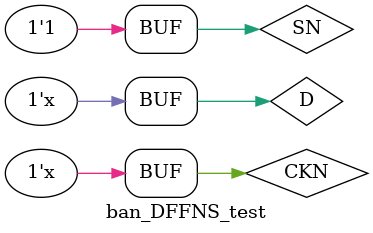
<source format=v>
`timescale 1ns / 1ps

module ban_DFFNS #(
  parameter tp_LHQ = 0.71 ,    
  parameter tp_HLQ = 0.64 ,    
  parameter tp_LHQN = 0.54 ,   
  parameter tp_HLQN = 0.59   
)(
  input wire SN,              
  input wire D,              
  input wire CKN,              
  output reg Q,               
  output reg QN               
);

  always @(negedge CKN or negedge SN) begin
    if (!SN) begin
      Q <= 1'b1;              
      QN <= 1'b0;             
    end else begin
      if (D == 1'b0) begin
        #tp_HLQ Q<= 1'b0;           
        #(tp_HLQ-tp_LHQN) QN <= 1'b1; 
      end else if (D == 1'b1) begin
        #tp_LHQ Q <= 1'b1;            
        #(tp_LHQ-tp_HLQN) QN <= 1'b0; 
      end
    end
  end

endmodule


module ban_DFFNS_test;

  reg SN = 1;      
  reg CKN = 0;     
  reg D = 1;       
  wire Q;         
  wire QN;         

  ban_DFFNS uut (
    .SN(SN),
    .D(D),
    .CKN(CKN),
    .Q(Q),
    .QN(QN)
  );

  initial begin
    D = 1;
    SN = 0;
    #20 SN = 1;      
end
always #10 D = ~D; 
always #5 CKN = ~CKN;  
endmodule
</source>
